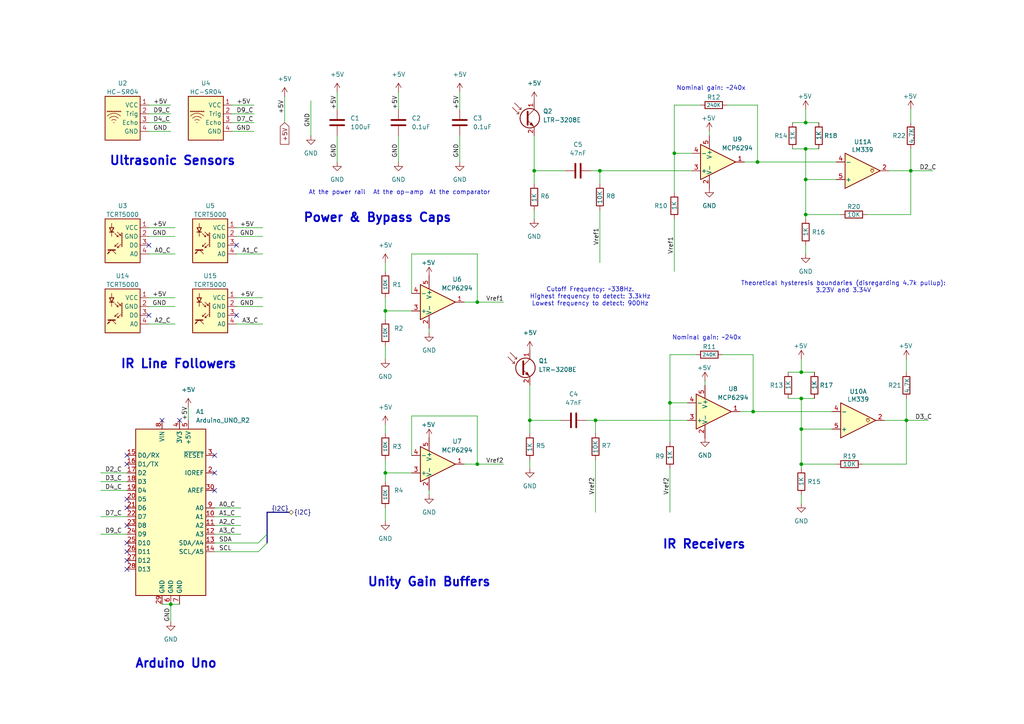
<source format=kicad_sch>
(kicad_sch (version 20231120) (generator "eeschema") (generator_version "8.0")
  (paper "A4")
  (lib_symbols
    (symbol "Amplifier_Operational:MCP6001-OT" (pin_names (offset 0.127))
      (property "Reference" "U1" (at 5.588 6.604 0))
      (property "Value" "MCP6294" (at 5.588 4.064 0))
      (symbol "MCP6001-OT_0_1"
        (polyline (pts (xy -5.08 5.08) (xy 5.08 0) (xy -5.08 -5.08) (xy -5.08 5.08)) (stroke (width 0.254)) (fill (type background)))
        (pin power_in line (at -2.54 -7.62 90) (length 3.81) (name "V-") (number "2"))
        (pin power_in line (at -2.54 7.62 270) (length 3.81) (name "V+") (number "5"))
      )
      (symbol "MCP6001-OT_1_1"
        (pin output line (at 7.62 0 180) (length 2.54) (name "~") (number "1"))
        (pin input line (at -7.62 -2.54 0) (length 2.54) (name "+") (number "3"))
        (pin input line (at -7.62 2.54 0) (length 2.54) (name "-") (number "4"))
      )
    )
    (symbol "Comparator:LM339" (pin_names (offset 0.127))
      (property "Reference" "U" (at 0 5.08 0))
      (property "Value" "LM339" (at 0 -5.08 0))
      (symbol "LM339_1_1"
        (polyline (pts (xy -5.08 5.08) (xy 5.08 0) (xy -5.08 -5.08) (xy -5.08 5.08)) (stroke (width 0.254)) (fill (type background)))
        (polyline (pts (xy 3.302 -0.508) (xy 2.794 -0.508) (xy 3.302 0) (xy 2.794 0.508) (xy 2.286 0) (xy 2.794 -0.508) (xy 2.286 -0.508)) (stroke (width 0.127)))
        (pin open_collector line (at 7.62 0 180) (length 2.54) (name "~") (number "2"))
        (pin input line (at -7.62 -2.54 0) (length 2.54) (name "-") (number "4"))
        (pin input line (at -7.62 2.54 0) (length 2.54) (name "+") (number "5"))
      )
      (symbol "LM339_2_1"
        (polyline (pts (xy -5.08 5.08) (xy 5.08 0) (xy -5.08 -5.08) (xy -5.08 5.08)) (stroke (width 0.254)) (fill (type background)))
        (polyline (pts (xy 3.302 -0.508) (xy 2.794 -0.508) (xy 3.302 0) (xy 2.794 0.508) (xy 2.286 0) (xy 2.794 -0.508) (xy 2.286 -0.508)) (stroke (width 0.127)))
        (pin open_collector line (at 7.62 0 180) (length 2.54) (name "~") (number "1"))
        (pin input line (at -7.62 -2.54 0) (length 2.54) (name "-") (number "6"))
        (pin input line (at -7.62 2.54 0) (length 2.54) (name "+") (number "7"))
      )
      (symbol "LM339_3_1"
        (polyline (pts (xy -5.08 5.08) (xy 5.08 0) (xy -5.08 -5.08) (xy -5.08 5.08)) (stroke (width 0.254)) (fill (type background)))
        (polyline (pts (xy 3.302 -0.508) (xy 2.794 -0.508) (xy 3.302 0) (xy 2.794 0.508) (xy 2.286 0) (xy 2.794 -0.508) (xy 2.286 -0.508)) (stroke (width 0.127)))
        (pin input line (at -7.62 -2.54 0) (length 2.54) (name "-") (number "10"))
        (pin input line (at -7.62 2.54 0) (length 2.54) (name "+") (number "11"))
        (pin open_collector line (at 7.62 0 180) (length 2.54) (name "~") (number "13"))
      )
      (symbol "LM339_4_1"
        (polyline (pts (xy -5.08 5.08) (xy 5.08 0) (xy -5.08 -5.08) (xy -5.08 5.08)) (stroke (width 0.254)) (fill (type background)))
        (polyline (pts (xy 3.302 -0.508) (xy 2.794 -0.508) (xy 3.302 0) (xy 2.794 0.508) (xy 2.286 0) (xy 2.794 -0.508) (xy 2.286 -0.508)) (stroke (width 0.127)))
        (pin open_collector line (at 7.62 0 180) (length 2.54) (name "~") (number "14"))
        (pin input line (at -7.62 -2.54 0) (length 2.54) (name "-") (number "8"))
        (pin input line (at -7.62 2.54 0) (length 2.54) (name "+") (number "9"))
      )
      (symbol "LM339_5_1"
        (pin power_in line (at -2.54 -7.62 90) (length 3.81) (name "V-") (number "12"))
        (pin power_in line (at -2.54 7.62 270) (length 3.81) (name "V+") (number "3"))
      )
    )
    (symbol "Device:C" (pin_numbers hide) (pin_names (offset 0.254))
      (property "Reference" "C" (at 0.635 2.54 0))
      (property "Value" "C" (at 0.635 -2.54 0))
      (symbol "C_0_1"
        (polyline (pts (xy -2.032 -0.762) (xy 2.032 -0.762)) (stroke (width 0.508)))
        (polyline (pts (xy -2.032 0.762) (xy 2.032 0.762)) (stroke (width 0.508)))
      )
      (symbol "C_1_1"
        (pin passive line (at 0 3.81 270) (length 2.794) (name "~") (number "1"))
        (pin passive line (at 0 -3.81 90) (length 2.794) (name "~") (number "2"))
      )
    )
    (symbol "Device:Q_Photo_NPN_CE" (pin_names (offset 0) hide)
      (property "Reference" "Q" (at 5.08 1.27 0))
      (property "Value" "Q_Photo_NPN_CE" (at 5.08 -1.27 0))
      (symbol "Q_Photo_NPN_CE_0_1"
        (polyline (pts (xy -1.905 1.27) (xy -2.54 1.27)))
        (polyline (pts (xy -1.27 2.54) (xy -1.905 2.54)))
        (polyline (pts (xy 0.635 0.635) (xy 2.54 2.54)))
        (polyline (pts (xy -3.81 3.175) (xy -1.905 1.27) (xy -1.905 1.905)))
        (polyline (pts (xy -3.175 4.445) (xy -1.27 2.54) (xy -1.27 3.175)))
        (polyline (pts (xy 0.635 -0.635) (xy 2.54 -2.54) (xy 2.54 -2.54)))
        (polyline (pts (xy 0.635 1.905) (xy 0.635 -1.905) (xy 0.635 -1.905)) (stroke (width 0.508)))
        (polyline (pts (xy 1.27 -1.778) (xy 1.778 -1.27) (xy 2.286 -2.286) (xy 1.27 -1.778) (xy 1.27 -1.778)) (fill (type outline)))
        (circle (center 1.27 0) (radius 2.8194) (stroke (width 0.254)))
      )
      (symbol "Q_Photo_NPN_CE_1_1"
        (pin passive line (at 2.54 5.08 270) (length 2.54) (name "C") (number "1"))
        (pin passive line (at 2.54 -5.08 90) (length 2.54) (name "E") (number "2"))
      )
    )
    (symbol "Device:R" (pin_numbers hide) (pin_names (offset 0))
      (property "Reference" "R" (at 2.032 0 90))
      (property "Value" "R" (at 0 0 90))
      (symbol "R_0_1"
        (rectangle (start -1.016 -2.54) (end 1.016 2.54) (stroke (width 0.254)))
      )
      (symbol "R_1_1"
        (pin passive line (at 0 3.81 270) (length 1.27) (name "~") (number "1"))
        (pin passive line (at 0 -3.81 90) (length 1.27) (name "~") (number "2"))
      )
    )
    (symbol "HC-SR04_1"
      (property "Reference" "U" (at 0 0 0))
      (symbol "HC-SR04_1_0_1"
        (arc (start -1.905 -8.255) (mid -2.54 -7.992) (end -3.175 -8.255))
        (arc (start -1.27 -7.62) (mid -2.54 -7.0939) (end -3.81 -7.62))
        (arc (start -0.635 -6.985) (mid -2.54 -6.1959) (end -4.445 -6.985))
        (polyline (pts (xy -4.445 -5.715) (xy -4.191 -5.461)))
        (polyline (pts (xy -3.937 -5.715) (xy -3.683 -5.461)))
        (polyline (pts (xy -3.429 -5.715) (xy -3.175 -5.461)))
        (polyline (pts (xy -2.921 -5.715) (xy -2.667 -5.461)))
        (polyline (pts (xy -2.413 -5.715) (xy -2.159 -5.461)))
        (polyline (pts (xy -1.905 -5.715) (xy -1.651 -5.461)))
        (polyline (pts (xy -1.397 -5.715) (xy -1.143 -5.461)))
        (polyline (pts (xy -0.889 -5.715) (xy -0.635 -5.461)))
        (polyline (pts (xy -0.381 -5.715) (xy -4.572 -5.715)))
      )
      (symbol "HC-SR04_1_1_1"
        (rectangle (start -5.08 -1.27) (end 5.08 -13.97) (stroke (width 0.254) (color 132 0 0 1)) (fill (type background)))
        (circle (center -2.54 -8.89) (radius 0.0001) (stroke (width 0.254) (color 132 0 0 1)) (fill (type outline)))
        (pin power_in line (at 7.62 -3.81 180) (length 2.54) (name "VCC") (number "1"))
        (pin input line (at 7.62 -6.35 180) (length 2.54) (name "Trig") (number "2"))
        (pin output line (at 7.62 -8.89 180) (length 2.54) (name "Echo") (number "3"))
        (pin power_in line (at 7.62 -11.43 180) (length 2.54) (name "GND") (number "4"))
      )
    )
    (symbol "HC-SR04_3"
      (property "Reference" "U" (at 0 0 0))
      (symbol "HC-SR04_3_0_1"
        (arc (start -1.905 -8.255) (mid -2.54 -7.992) (end -3.175 -8.255))
        (arc (start -1.27 -7.62) (mid -2.54 -7.0939) (end -3.81 -7.62))
        (arc (start -0.635 -6.985) (mid -2.54 -6.1959) (end -4.445 -6.985))
        (polyline (pts (xy -4.445 -5.715) (xy -4.191 -5.461)))
        (polyline (pts (xy -3.937 -5.715) (xy -3.683 -5.461)))
        (polyline (pts (xy -3.429 -5.715) (xy -3.175 -5.461)))
        (polyline (pts (xy -2.921 -5.715) (xy -2.667 -5.461)))
        (polyline (pts (xy -2.413 -5.715) (xy -2.159 -5.461)))
        (polyline (pts (xy -1.905 -5.715) (xy -1.651 -5.461)))
        (polyline (pts (xy -1.397 -5.715) (xy -1.143 -5.461)))
        (polyline (pts (xy -0.889 -5.715) (xy -0.635 -5.461)))
        (polyline (pts (xy -0.381 -5.715) (xy -4.572 -5.715)))
      )
      (symbol "HC-SR04_3_1_1"
        (rectangle (start -5.08 -1.27) (end 5.08 -13.97) (stroke (width 0.254) (color 132 0 0 1)) (fill (type background)))
        (circle (center -2.54 -8.89) (radius 0.0001) (stroke (width 0.254) (color 132 0 0 1)) (fill (type outline)))
        (pin power_in line (at 7.62 -3.81 180) (length 2.54) (name "VCC") (number "1"))
        (pin input line (at 7.62 -6.35 180) (length 2.54) (name "Trig") (number "2"))
        (pin output line (at 7.62 -8.89 180) (length 2.54) (name "Echo") (number "3"))
        (pin power_in line (at 7.62 -11.43 180) (length 2.54) (name "GND") (number "4"))
      )
    )
    (symbol "MCU_Module:Arduino_UNO_R2"
      (property "Reference" "A" (at -10.16 23.495 0))
      (property "Value" "Arduino_UNO_R2" (at 5.08 -26.67 0))
      (symbol "Arduino_UNO_R2_0_1"
        (rectangle (start -10.16 22.86) (end 10.16 -25.4) (stroke (width 0.254)) (fill (type background)))
      )
      (symbol "Arduino_UNO_R2_1_1"
        (pin no_connect line (at -10.16 -20.32 0) (length 2.54) hide (name "NC") (number "1"))
        (pin bidirectional line (at 12.7 -2.54 180) (length 2.54) (name "A1") (number "10"))
        (pin bidirectional line (at 12.7 -5.08 180) (length 2.54) (name "A2") (number "11"))
        (pin bidirectional line (at 12.7 -7.62 180) (length 2.54) (name "A3") (number "12"))
        (pin bidirectional line (at 12.7 -10.16 180) (length 2.54) (name "SDA/A4") (number "13"))
        (pin bidirectional line (at 12.7 -12.7 180) (length 2.54) (name "SCL/A5") (number "14"))
        (pin bidirectional line (at -12.7 15.24 0) (length 2.54) (name "D0/RX") (number "15"))
        (pin bidirectional line (at -12.7 12.7 0) (length 2.54) (name "D1/TX") (number "16"))
        (pin bidirectional line (at -12.7 10.16 0) (length 2.54) (name "D2") (number "17"))
        (pin bidirectional line (at -12.7 7.62 0) (length 2.54) (name "D3") (number "18"))
        (pin bidirectional line (at -12.7 5.08 0) (length 2.54) (name "D4") (number "19"))
        (pin output line (at 12.7 10.16 180) (length 2.54) (name "IOREF") (number "2"))
        (pin bidirectional line (at -12.7 2.54 0) (length 2.54) (name "D5") (number "20"))
        (pin bidirectional line (at -12.7 0 0) (length 2.54) (name "D6") (number "21"))
        (pin bidirectional line (at -12.7 -2.54 0) (length 2.54) (name "D7") (number "22"))
        (pin bidirectional line (at -12.7 -5.08 0) (length 2.54) (name "D8") (number "23"))
        (pin bidirectional line (at -12.7 -7.62 0) (length 2.54) (name "D9") (number "24"))
        (pin bidirectional line (at -12.7 -10.16 0) (length 2.54) (name "D10") (number "25"))
        (pin bidirectional line (at -12.7 -12.7 0) (length 2.54) (name "D11") (number "26"))
        (pin bidirectional line (at -12.7 -15.24 0) (length 2.54) (name "D12") (number "27"))
        (pin bidirectional line (at -12.7 -17.78 0) (length 2.54) (name "D13") (number "28"))
        (pin power_in line (at -2.54 -27.94 90) (length 2.54) (name "GND") (number "29"))
        (pin input line (at 12.7 15.24 180) (length 2.54) (name "~{RESET}") (number "3"))
        (pin input line (at 12.7 5.08 180) (length 2.54) (name "AREF") (number "30"))
        (pin power_out line (at 2.54 25.4 270) (length 2.54) (name "3V3") (number "4"))
        (pin power_out line (at 5.08 25.4 270) (length 2.54) (name "+5V") (number "5"))
        (pin power_in line (at 0 -27.94 90) (length 2.54) (name "GND") (number "6"))
        (pin power_in line (at 2.54 -27.94 90) (length 2.54) (name "GND") (number "7"))
        (pin power_in line (at -2.54 25.4 270) (length 2.54) (name "VIN") (number "8"))
        (pin bidirectional line (at 12.7 0 180) (length 2.54) (name "A0") (number "9"))
      )
    )
    (symbol "power:+5V" (power) (pin_numbers hide) (pin_names (offset 0) hide)
      (property "Value" "+5V" (at 0 3.556 0))
      (symbol "+5V_0_1"
        (polyline (pts (xy -0.762 1.27) (xy 0 2.54)))
        (polyline (pts (xy 0 0) (xy 0 2.54)))
        (polyline (pts (xy 0 2.54) (xy 0.762 1.27)))
      )
      (symbol "+5V_1_1"
        (pin power_in line (at 0 0 90) (length 0) (name "~") (number "1"))
      )
    )
    (symbol "power:GND" (power) (pin_numbers hide) (pin_names (offset 0) hide)
      (property "Value" "GND" (at 0 -3.81 0))
      (symbol "GND_0_1"
        (polyline (pts (xy 0 0) (xy 0 -1.27) (xy 1.27 -1.27) (xy 0 -2.54) (xy -1.27 -1.27) (xy 0 -1.27)))
      )
      (symbol "GND_1_1"
        (pin power_in line (at 0 0 270) (length 0) (name "~") (number "1"))
      )
    )
    (symbol "symbol_lib:TCRT5000"
      (property "Reference" "U" (at 0 0 0))
      (symbol "TCRT5000_0_1"
        (polyline (pts (xy -3.81 -5.08) (xy -2.54 -5.08)) (stroke (width 0.254)))
        (polyline (pts (xy -3.302 -10.287) (xy -4.445 -11.43)))
        (polyline (pts (xy -3.175 -6.35) (xy -3.175 -5.08)))
        (polyline (pts (xy -3.175 -3.81) (xy -3.175 -2.54)))
        (polyline (pts (xy -3.048 -10.287) (xy -1.905 -11.43)))
        (polyline (pts (xy -2.286 -9.271) (xy -2.159 -8.763)))
        (polyline (pts (xy -1.524 -9.652) (xy -1.397 -9.144)))
        (polyline (pts (xy -1.27 -6.477) (xy -1.778 -6.35)))
        (polyline (pts (xy -0.508 -6.096) (xy -1.016 -5.969)))
        (polyline (pts (xy -0.254 -9.398) (xy -0.254 -5.207)))
        (polyline (pts (xy -0.254 -8.89) (xy 0 -9.144)))
        (polyline (pts (xy -0.254 -8.382) (xy 0 -8.636)))
        (polyline (pts (xy -0.254 -7.874) (xy 0 -8.128)))
        (polyline (pts (xy -0.254 -7.366) (xy 0 -7.62)))
        (polyline (pts (xy -0.254 -6.858) (xy 0 -7.112)))
        (polyline (pts (xy -0.254 -6.35) (xy 0 -6.604)))
        (polyline (pts (xy -0.254 -5.842) (xy 0 -6.096)))
        (polyline (pts (xy -0.254 -5.334) (xy 0 -5.588)))
        (polyline (pts (xy -2.286 -5.461) (xy -1.27 -6.477) (xy -1.397 -5.969)))
        (polyline (pts (xy -2.159 -10.287) (xy -4.191 -10.287) (xy -4.191 -10.287)) (stroke (width 0.3556)))
        (polyline (pts (xy -1.524 -5.08) (xy -0.508 -6.096) (xy -0.635 -5.588)))
        (polyline (pts (xy -1.27 -8.255) (xy -2.286 -9.271) (xy -1.778 -9.144)))
        (polyline (pts (xy -0.508 -8.636) (xy -1.524 -9.652) (xy -1.016 -9.525)))
        (polyline (pts (xy -4.318 -11.303) (xy -3.81 -11.049) (xy -4.064 -10.795) (xy -4.318 -11.303)))
        (polyline (pts (xy -3.175 -5.08) (xy -3.81 -3.81) (xy -2.54 -3.81) (xy -3.175 -5.08)) (stroke (width 0.254)))
      )
      (symbol "TCRT5000_1_1"
        (rectangle (start -5.08 -1.27) (end 5.08 -13.97) (stroke (width 0.254)) (fill (type background)))
        (pin power_in line (at 7.62 -3.81 180) (length 2.54) (name "VCC") (number "1"))
        (pin power_in line (at 7.62 -6.35 180) (length 2.54) (name "GND") (number "2"))
        (pin output line (at 7.62 -8.89 180) (length 2.54) (name "D0") (number "3"))
        (pin output line (at 7.62 -11.43 180) (length 2.54) (name "A0") (number "4"))
      )
    )
  )
  (bus_alias "I2C" (members "SDA" "SCL"))
  (junction (at 233.68 52.07))
  (junction (at 218.44 119.38))
  (junction (at 154.94 49.53))
  (junction (at 172.72 121.92))
  (junction (at 232.41 134.62))
  (junction (at 232.41 107.95))
  (junction (at 233.68 35.56))
  (junction (at 233.68 62.23))
  (junction (at 194.31 116.84))
  (junction (at 232.41 124.46))
  (junction (at 111.76 137.16))
  (junction (at 232.41 115.57))
  (junction (at 219.71 46.99))
  (junction (at 195.58 44.45))
  (junction (at 233.68 43.18))
  (junction (at 153.67 121.92))
  (junction (at 262.89 121.92))
  (junction (at 138.43 134.62))
  (junction (at 138.43 87.63))
  (junction (at 264.16 49.53))
  (junction (at 173.99 49.53))
  (junction (at 49.53 175.26))
  (junction (at 111.76 90.17))
  (no_connect (at 36.83 144.78))
  (no_connect (at 36.83 152.4))
  (no_connect (at 36.83 160.02))
  (no_connect (at 43.18 71.12))
  (no_connect (at 36.83 134.62))
  (no_connect (at 68.58 71.12))
  (no_connect (at 52.07 121.92))
  (no_connect (at 62.23 142.24))
  (no_connect (at 68.58 91.44))
  (no_connect (at 62.23 132.08))
  (no_connect (at 36.83 157.48))
  (no_connect (at 36.83 132.08))
  (no_connect (at 43.18 91.44))
  (no_connect (at 36.83 147.32))
  (no_connect (at 36.83 162.56))
  (no_connect (at 62.23 137.16))
  (no_connect (at 36.83 165.1))
  (no_connect (at 46.99 121.92))
  (bus_entry (at 74.93 157.48) (size 2.54 -2.54))
  (bus_entry (at 74.93 160.02) (size 2.54 -2.54))
  (wire (pts (xy 209.55 102.87) (xy 218.44 102.87)))
  (wire (pts (xy 232.41 115.57) (xy 236.22 115.57)))
  (wire (pts (xy 251.46 62.23) (xy 264.16 62.23)))
  (wire (pts (xy 50.8 88.9) (xy 43.18 88.9)))
  (wire (pts (xy 250.19 134.62) (xy 262.89 134.62)))
  (wire (pts (xy 119.38 73.66) (xy 138.43 73.66)))
  (wire (pts (xy 195.58 63.5) (xy 195.58 78.74)))
  (wire (pts (xy 50.8 68.58) (xy 43.18 68.58)))
  (wire (pts (xy 214.63 119.38) (xy 218.44 119.38)))
  (wire (pts (xy 49.53 35.56) (xy 43.18 35.56)))
  (wire (pts (xy 50.8 66.04) (xy 43.18 66.04)))
  (wire (pts (xy 76.2 86.36) (xy 68.58 86.36)))
  (wire (pts (xy 49.53 175.26) (xy 52.07 175.26)))
  (wire (pts (xy 138.43 87.63) (xy 146.05 87.63)))
  (wire (pts (xy 171.45 49.53) (xy 173.99 49.53)))
  (wire (pts (xy 69.85 147.32) (xy 62.23 147.32)))
  (wire (pts (xy 97.79 46.99) (xy 97.79 39.37)))
  (wire (pts (xy 50.8 93.98) (xy 43.18 93.98)))
  (wire (pts (xy 76.2 93.98) (xy 68.58 93.98)))
  (wire (pts (xy 124.46 95.25) (xy 124.46 96.52)))
  (wire (pts (xy 262.89 104.14) (xy 262.89 107.95)))
  (wire (pts (xy 232.41 115.57) (xy 232.41 124.46)))
  (wire (pts (xy 233.68 62.23) (xy 233.68 63.5)))
  (wire (pts (xy 173.99 49.53) (xy 200.66 49.53)))
  (wire (pts (xy 262.89 121.92) (xy 256.54 121.92)))
  (wire (pts (xy 111.76 78.74) (xy 111.76 76.2)))
  (wire (pts (xy 264.16 43.18) (xy 264.16 49.53)))
  (wire (pts (xy 194.31 116.84) (xy 199.39 116.84)))
  (wire (pts (xy 138.43 87.63) (xy 134.62 87.63)))
  (wire (pts (xy 173.99 49.53) (xy 173.99 53.34)))
  (wire (pts (xy 119.38 85.09) (xy 119.38 73.66)))
  (wire (pts (xy 204.47 111.76) (xy 204.47 110.49)))
  (wire (pts (xy 219.71 46.99) (xy 242.57 46.99)))
  (wire (pts (xy 218.44 102.87) (xy 218.44 119.38)))
  (wire (pts (xy 111.76 90.17) (xy 111.76 92.71)))
  (wire (pts (xy 97.79 26.67) (xy 97.79 31.75)))
  (wire (pts (xy 73.66 33.02) (xy 67.31 33.02)))
  (wire (pts (xy 111.76 100.33) (xy 111.76 104.14)))
  (wire (pts (xy 49.53 33.02) (xy 43.18 33.02)))
  (wire (pts (xy 228.6 115.57) (xy 232.41 115.57)))
  (wire (pts (xy 49.53 180.34) (xy 49.53 175.26)))
  (wire (pts (xy 62.23 160.02) (xy 74.93 160.02)))
  (wire (pts (xy 153.67 133.35) (xy 153.67 135.89)))
  (wire (pts (xy 50.8 73.66) (xy 43.18 73.66)))
  (wire (pts (xy 124.46 142.24) (xy 124.46 143.51)))
  (wire (pts (xy 172.72 121.92) (xy 199.39 121.92)))
  (wire (pts (xy 195.58 44.45) (xy 200.66 44.45)))
  (bus (pts (xy 77.47 148.59) (xy 83.82 148.59)))
  (wire (pts (xy 262.89 134.62) (xy 262.89 121.92)))
  (wire (pts (xy 29.21 139.7) (xy 36.83 139.7)))
  (wire (pts (xy 154.94 39.37) (xy 154.94 49.53)))
  (wire (pts (xy 228.6 107.95) (xy 232.41 107.95)))
  (wire (pts (xy 138.43 120.65) (xy 138.43 134.62)))
  (wire (pts (xy 69.85 149.86) (xy 62.23 149.86)))
  (wire (pts (xy 233.68 43.18) (xy 233.68 52.07)))
  (wire (pts (xy 195.58 44.45) (xy 195.58 55.88)))
  (wire (pts (xy 115.57 26.67) (xy 115.57 31.75)))
  (wire (pts (xy 233.68 52.07) (xy 242.57 52.07)))
  (wire (pts (xy 264.16 49.53) (xy 257.81 49.53)))
  (wire (pts (xy 153.67 111.76) (xy 153.67 121.92)))
  (bus (pts (xy 77.47 154.94) (xy 77.47 157.48)))
  (wire (pts (xy 172.72 121.92) (xy 172.72 125.73)))
  (wire (pts (xy 194.31 135.89) (xy 194.31 148.59)))
  (wire (pts (xy 29.21 149.86) (xy 36.83 149.86)))
  (wire (pts (xy 170.18 121.92) (xy 172.72 121.92)))
  (wire (pts (xy 219.71 30.48) (xy 219.71 46.99)))
  (wire (pts (xy 111.76 147.32) (xy 111.76 151.13)))
  (wire (pts (xy 233.68 62.23) (xy 243.84 62.23)))
  (wire (pts (xy 262.89 115.57) (xy 262.89 121.92)))
  (wire (pts (xy 233.68 31.75) (xy 233.68 35.56)))
  (wire (pts (xy 76.2 88.9) (xy 68.58 88.9)))
  (wire (pts (xy 138.43 73.66) (xy 138.43 87.63)))
  (wire (pts (xy 232.41 134.62) (xy 232.41 135.89)))
  (wire (pts (xy 210.82 30.48) (xy 219.71 30.48)))
  (wire (pts (xy 195.58 44.45) (xy 195.58 30.48)))
  (wire (pts (xy 173.99 60.96) (xy 173.99 76.2)))
  (wire (pts (xy 218.44 119.38) (xy 241.3 119.38)))
  (wire (pts (xy 154.94 49.53) (xy 154.94 53.34)))
  (wire (pts (xy 138.43 134.62) (xy 146.05 134.62)))
  (wire (pts (xy 154.94 60.96) (xy 154.94 63.5)))
  (wire (pts (xy 232.41 134.62) (xy 242.57 134.62)))
  (wire (pts (xy 76.2 66.04) (xy 68.58 66.04)))
  (wire (pts (xy 264.16 49.53) (xy 270.51 49.53)))
  (wire (pts (xy 232.41 104.14) (xy 232.41 107.95)))
  (wire (pts (xy 264.16 62.23) (xy 264.16 49.53)))
  (wire (pts (xy 111.76 86.36) (xy 111.76 90.17)))
  (bus (pts (xy 77.47 148.59) (xy 77.47 154.94)))
  (wire (pts (xy 54.61 118.11) (xy 54.61 121.92)))
  (wire (pts (xy 115.57 46.99) (xy 115.57 39.37)))
  (wire (pts (xy 49.53 38.1) (xy 43.18 38.1)))
  (wire (pts (xy 172.72 133.35) (xy 172.72 148.59)))
  (wire (pts (xy 29.21 142.24) (xy 36.83 142.24)))
  (wire (pts (xy 138.43 134.62) (xy 134.62 134.62)))
  (wire (pts (xy 194.31 116.84) (xy 194.31 102.87)))
  (wire (pts (xy 29.21 137.16) (xy 36.83 137.16)))
  (wire (pts (xy 111.76 137.16) (xy 111.76 139.7)))
  (wire (pts (xy 232.41 124.46) (xy 232.41 134.62)))
  (wire (pts (xy 111.76 125.73) (xy 111.76 123.19)))
  (wire (pts (xy 49.53 30.48) (xy 43.18 30.48)))
  (wire (pts (xy 215.9 46.99) (xy 219.71 46.99)))
  (wire (pts (xy 153.67 121.92) (xy 153.67 125.73)))
  (wire (pts (xy 111.76 90.17) (xy 119.38 90.17)))
  (wire (pts (xy 153.67 121.92) (xy 162.56 121.92)))
  (wire (pts (xy 76.2 68.58) (xy 68.58 68.58)))
  (wire (pts (xy 90.17 29.21) (xy 90.17 39.37)))
  (wire (pts (xy 205.74 39.37) (xy 205.74 38.1)))
  (wire (pts (xy 154.94 49.53) (xy 163.83 49.53)))
  (wire (pts (xy 233.68 52.07) (xy 233.68 62.23)))
  (wire (pts (xy 194.31 102.87) (xy 201.93 102.87)))
  (wire (pts (xy 119.38 132.08) (xy 119.38 120.65)))
  (wire (pts (xy 233.68 73.66) (xy 233.68 71.12)))
  (wire (pts (xy 232.41 146.05) (xy 232.41 143.51)))
  (wire (pts (xy 229.87 35.56) (xy 233.68 35.56)))
  (wire (pts (xy 232.41 107.95) (xy 236.22 107.95)))
  (wire (pts (xy 111.76 133.35) (xy 111.76 137.16)))
  (wire (pts (xy 119.38 120.65) (xy 138.43 120.65)))
  (wire (pts (xy 46.99 175.26) (xy 49.53 175.26)))
  (wire (pts (xy 69.85 152.4) (xy 62.23 152.4)))
  (wire (pts (xy 29.21 154.94) (xy 36.83 154.94)))
  (wire (pts (xy 76.2 73.66) (xy 68.58 73.66)))
  (wire (pts (xy 82.55 27.94) (xy 82.55 35.56)))
  (wire (pts (xy 133.35 46.99) (xy 133.35 39.37)))
  (wire (pts (xy 232.41 124.46) (xy 241.3 124.46)))
  (wire (pts (xy 73.66 35.56) (xy 67.31 35.56)))
  (wire (pts (xy 73.66 30.48) (xy 67.31 30.48)))
  (wire (pts (xy 73.66 38.1) (xy 67.31 38.1)))
  (wire (pts (xy 229.87 43.18) (xy 233.68 43.18)))
  (wire (pts (xy 62.23 157.48) (xy 74.93 157.48)))
  (wire (pts (xy 111.76 137.16) (xy 119.38 137.16)))
  (wire (pts (xy 195.58 30.48) (xy 203.2 30.48)))
  (wire (pts (xy 133.35 26.67) (xy 133.35 31.75)))
  (wire (pts (xy 50.8 86.36) (xy 43.18 86.36)))
  (wire (pts (xy 233.68 43.18) (xy 237.49 43.18)))
  (wire (pts (xy 264.16 31.75) (xy 264.16 35.56)))
  (wire (pts (xy 233.68 35.56) (xy 237.49 35.56)))
  (wire (pts (xy 194.31 116.84) (xy 194.31 128.27)))
  (wire (pts (xy 262.89 121.92) (xy 269.24 121.92)))
  (wire (pts (xy 69.85 154.94) (xy 62.23 154.94)))
  (text "At the power rail" (at 97.79 55.88 0) (effects (font (size 1.27 1.27))))
  (text "At the comparator" (at 133.35 55.88 0) (effects (font (size 1.27 1.27))))
  (text "IR Line Followers" (at 51.816 105.664 0) (effects (font (size 2.54 2.54) (thickness 0.508) (bold yes))))
  (text "At the op-amp" (at 115.57 55.88 0) (effects (font (size 1.27 1.27))))
  (text "Nominal gain: ~240x" (at 206.248 25.654 0) (effects (font (size 1.27 1.27))))
  (text "Cutoff Frequency: ~338Hz.\nHighest frequency to detect: 3.3kHz\nLowest frequency to detect: 900Hz" (at 171.196 86.106 0) (effects (font (size 1.27 1.27))))
  (text "Ultrasonic Sensors" (at 50.038 46.736 0) (effects (font (size 2.54 2.54) (thickness 0.508) (bold yes))))
  (text "Unity Gain Buffers" (at 124.46 168.91 0) (effects (font (size 2.54 2.54) (thickness 0.508) (bold yes))))
  (text "IR Receivers" (at 204.216 157.988 0) (effects (font (size 2.54 2.54) (thickness 0.508) (bold yes))))
  (text "Power & Bypass Caps" (at 109.474 63.246 0) (effects (font (size 2.54 2.54) (thickness 0.508) (bold yes))))
  (text "Nominal gain: ~240x" (at 204.978 98.044 0) (effects (font (size 1.27 1.27))))
  (text "Arduino Uno" (at 51.054 192.532 0) (effects (font (size 2.54 2.54) (thickness 0.508) (bold yes))))
  (text "Theoretical hysteresis boundaries (disregarding 4.7k pullup):\n3.23V and 3.34V" (at 244.602 83.312 0) (effects (font (size 1.27 1.27))))
  (label "+5V" (at 73.66 66.04 180))
  (label "+5V" (at 68.58 30.48 0))
  (label "GND" (at 49.53 180.34 90))
  (label "GND" (at 97.79 45.72 90))
  (label "Vref1" (at 195.58 73.66 90))
  (label "D2_C" (at 266.7 49.53 0))
  (label "Vref2" (at 140.97 134.62 0))
  (label "Vref2" (at 194.31 143.51 90))
  (label "+5V" (at 48.26 66.04 180))
  (label "GND" (at 48.26 88.9 180))
  (label "+5V" (at 44.45 30.48 0))
  (label "GND" (at 133.35 45.72 90))
  (label "+5V" (at 73.66 86.36 180))
  (label "A2_C" (at 49.53 93.98 180))
  (label "Vref1" (at 140.97 87.63 0))
  (label "+5V" (at 115.57 31.75 90))
  (label "GND" (at 73.66 88.9 180))
  (label "D9_C" (at 30.48 154.94 0))
  (label "D3_C" (at 30.48 139.7 0))
  (label "GND" (at 115.57 45.72 90))
  (label "GND" (at 90.17 36.83 90))
  (label "GND" (at 44.45 38.1 0))
  (label "{I2C}" (at 78.74 148.59 0))
  (label "D9_C" (at 68.58 33.02 0))
  (label "+5V" (at 48.26 86.36 180))
  (label "A0_C" (at 49.53 73.66 180))
  (label "Vref1" (at 173.99 71.12 90))
  (label "D7_C" (at 68.58 35.56 0))
  (label "GND" (at 48.26 68.58 180))
  (label "A3_C" (at 74.93 93.98 180))
  (label "A1_C" (at 74.93 73.66 180))
  (label "GND" (at 73.66 68.58 180))
  (label "Vref2" (at 172.72 143.51 90))
  (label "A0_C" (at 63.5 147.32 0))
  (label "SDA" (at 63.5 157.48 0))
  (label "D4_C" (at 44.45 35.56 0))
  (label "GND" (at 68.58 38.1 0))
  (label "A2_C" (at 63.5 152.4 0))
  (label "SCL" (at 63.5 160.02 0))
  (label "A3_C" (at 63.5 154.94 0))
  (label "+5V" (at 97.79 31.75 90))
  (label "+5V" (at 54.61 121.92 90))
  (label "D9_C" (at 44.45 33.02 0))
  (label "D7_C" (at 30.48 149.86 0))
  (label "A1_C" (at 63.5 149.86 0))
  (label "+5V" (at 82.55 33.02 90))
  (label "+5V" (at 133.35 31.75 90))
  (label "D2_C" (at 30.48 137.16 0))
  (label "D4_C" (at 30.48 142.24 0))
  (label "D3_C" (at 265.43 121.92 0))
  (global_label "+5V" (shape input) (at 82.55 35.56 270) (property "Intersheetrefs" "${INTERSHEET_REFS}" (effects (hide yes))))
  (hierarchical_label "{I2C}" (shape bidirectional) (at 83.82 148.59 0))
  (symbol (lib_id "Device:R") (at 111.76 129.54 0) (unit 1)
    (property "Reference" "R3" (at 113.792 129.54 0) (effects (justify left)))
    (property "Value" "10K" (at 111.76 131.064 90) (effects (font (size 1.016 1.016)) (justify left)))
    (property "Description" "Resistor" (effects (hide yes)))
  )
  (symbol (lib_id "power:+5V") (at 111.76 123.19 0) (unit 1)
    (property "Reference" "#PWR014" (effects (hide yes)))
    (property "Value" "+5V" (at 111.76 118.11 0))
    (property "Description" "Power symbol creates a global label with name \"+5V\"" (effects (hide yes)))
  )
  (symbol (lib_id "Device:Q_Photo_NPN_CE") (at 152.4 34.29 0) (unit 1)
    (property "Reference" "Q2" (at 157.48 32.2706 0) (effects (justify left)))
    (property "Value" "LTR-3208E" (at 157.48 34.8106 0) (effects (justify left)))
    (property "Description" "NPN phototransistor, collector/emitter" (effects (hide yes)))
  )
  (symbol (lib_id "Device:R") (at 172.72 129.54 0) (unit 1)
    (property "Reference" "R7" (at 174.498 129.286 0) (effects (justify left)))
    (property "Value" "10K" (at 172.72 131.572 90) (effects (justify left)))
    (property "Description" "Resistor" (effects (hide yes)))
  )
  (symbol (lib_id "power:+5V") (at 133.35 26.67 0) (unit 1)
    (property "Reference" "#PWR022" (effects (hide yes)))
    (property "Value" "+5V" (at 133.35 21.59 0))
    (property "Description" "Power symbol creates a global label with name \"+5V\"" (effects (hide yes)))
  )
  (symbol (lib_name "HC-SR04_1") (lib_id "symbol_lib:HC-SR04") (at 35.56 26.67 0) (unit 1)
    (property "Reference" "U2" (at 35.56 24.13 0))
    (property "Value" "HC-SR04" (at 35.56 26.67 0))
  )
  (symbol (lib_id "Amplifier_Operational:MCP6001-OT") (at 207.01 119.38 0) (unit 1)
    (property "Reference" "U8" (at 212.598 112.776 0))
    (property "Value" "MCP6294" (at 212.598 115.316 0))
    (property "Footprint" "Package_TO_SOT_SMD:SOT-23-5" (effects (hide yes)))
    (property "Datasheet" "https://ww1.microchip.com/downloads/en/DeviceDoc/MCP6001-1R-1U-2-4-1-MHz-Low-Power-Op-Amp-DS20001733L.pdf" (effects (hide yes)))
    (property "Description" "1MHz, Low-Power Op Amp, SOT-23-5" (effects (hide yes)))
  )
  (symbol (lib_id "Device:R") (at 111.76 82.55 0) (unit 1)
    (property "Reference" "R1" (at 113.792 82.55 0) (effects (justify left)))
    (property "Value" "10K" (at 111.76 84.074 90) (effects (font (size 1.016 1.016)) (justify left)))
    (property "Description" "Resistor" (effects (hide yes)))
  )
  (symbol (lib_id "Amplifier_Operational:MCP6001-OT") (at 208.28 46.99 0) (unit 1)
    (property "Reference" "U9" (at 213.868 40.386 0))
    (property "Value" "MCP6294" (at 213.868 42.926 0))
    (property "Footprint" "Package_TO_SOT_SMD:SOT-23-5" (effects (hide yes)))
    (property "Datasheet" "https://ww1.microchip.com/downloads/en/DeviceDoc/MCP6001-1R-1U-2-4-1-MHz-Low-Power-Op-Amp-DS20001733L.pdf" (effects (hide yes)))
    (property "Description" "1MHz, Low-Power Op Amp, SOT-23-5" (effects (hide yes)))
  )
  (symbol (lib_id "power:+5V") (at 124.46 127 0) (unit 1)
    (property "Reference" "#PWR020" (effects (hide yes)))
    (property "Value" "+5V" (at 124.206 123.19 0))
    (property "Description" "Power symbol creates a global label with name \"+5V\"" (effects (hide yes)))
  )
  (symbol (lib_id "power:GND") (at 115.57 46.99 0) (unit 1)
    (property "Reference" "#PWR017" (effects (hide yes)))
    (property "Value" "GND" (at 115.57 52.07 0))
    (property "Description" "Power symbol creates a global label with name \"GND\" , ground" (effects (hide yes)))
  )
  (symbol (lib_id "Device:R") (at 229.87 39.37 0) (unit 1)
    (property "Reference" "R14" (at 224.536 39.37 0) (effects (justify left)))
    (property "Value" "1K" (at 229.87 40.64 90) (effects (justify left)))
    (property "Description" "Resistor" (effects (hide yes)))
  )
  (symbol (lib_id "Amplifier_Operational:MCP6001-OT") (at 127 87.63 0) (unit 1)
    (property "Reference" "U6" (at 132.588 81.026 0))
    (property "Value" "MCP6294" (at 132.588 83.566 0))
    (property "Footprint" "Package_TO_SOT_SMD:SOT-23-5" (effects (hide yes)))
    (property "Datasheet" "https://ww1.microchip.com/downloads/en/DeviceDoc/MCP6001-1R-1U-2-4-1-MHz-Low-Power-Op-Amp-DS20001733L.pdf" (effects (hide yes)))
    (property "Description" "1MHz, Low-Power Op Amp, SOT-23-5" (effects (hide yes)))
  )
  (symbol (lib_id "power:GND") (at 233.68 73.66 0) (unit 1)
    (property "Reference" "#PWR037" (effects (hide yes)))
    (property "Value" "GND" (at 233.68 78.74 0))
    (property "Description" "Power symbol creates a global label with name \"GND\" , ground" (effects (hide yes)))
  )
  (symbol (lib_id "Device:R") (at 247.65 62.23 90) (unit 1)
    (property "Reference" "R20" (at 247.65 59.944 90))
    (property "Value" "10K" (at 247.65 62.23 90))
    (property "Description" "Resistor" (effects (hide yes)))
  )
  (symbol (lib_id "Device:R") (at 194.31 132.08 0) (unit 1)
    (property "Reference" "R9" (at 189.992 132.334 0) (effects (justify left)))
    (property "Value" "1K" (at 194.31 133.35 90) (effects (justify left)))
    (property "Description" "Resistor" (effects (hide yes)))
  )
  (symbol (lib_id "power:GND") (at 153.67 135.89 0) (unit 1)
    (property "Reference" "#PWR025" (effects (hide yes)))
    (property "Value" "GND" (at 153.67 140.97 0))
    (property "Description" "Power symbol creates a global label with name \"GND\" , ground" (effects (hide yes)))
  )
  (symbol (lib_id "Device:C") (at 167.64 49.53 90) (unit 1)
    (property "Reference" "C5" (at 167.64 41.91 90))
    (property "Value" "47nF" (at 167.64 44.45 90))
    (property "Description" "Unpolarized capacitor" (effects (hide yes)))
  )
  (symbol (lib_id "power:GND") (at 49.53 180.34 0) (unit 1)
    (property "Reference" "#PWR06" (effects (hide yes)))
    (property "Value" "GND" (at 49.53 185.42 0))
    (property "Description" "Power symbol creates a global label with name \"GND\" , ground" (effects (hide yes)))
  )
  (symbol (lib_id "MCU_Module:Arduino_UNO_R2") (at 49.53 147.32 0) (unit 1)
    (property "Reference" "A1" (at 56.8041 119.38 0) (effects (justify left)))
    (property "Value" "Arduino_UNO_R2" (at 56.8041 121.92 0) (effects (justify left)))
    (property "Footprint" "Module:Arduino_UNO_R2" (effects (hide yes)))
    (property "Datasheet" "https://www.arduino.cc/en/Main/arduinoBoardUno" (effects (hide yes)))
    (property "Description" "Arduino UNO Microcontroller Module, release 2" (effects (hide yes)))
  )
  (symbol (lib_id "power:GND") (at 133.35 46.99 0) (unit 1)
    (property "Reference" "#PWR023" (effects (hide yes)))
    (property "Value" "GND" (at 133.35 52.07 0))
    (property "Description" "Power symbol creates a global label with name \"GND\" , ground" (effects (hide yes)))
  )
  (symbol (lib_id "Device:R") (at 264.16 39.37 0) (unit 1)
    (property "Reference" "R22" (at 258.826 39.37 0) (effects (justify left)))
    (property "Value" "4.7K" (at 264.414 41.656 90) (effects (justify left)))
    (property "Description" "Resistor" (effects (hide yes)))
  )
  (symbol (lib_id "power:+5V") (at 82.55 27.94 0) (unit 1)
    (property "Reference" "#PWR08" (effects (hide yes)))
    (property "Value" "+5V" (at 82.55 22.86 0))
    (property "Description" "Power symbol creates a global label with name \"+5V\"" (effects (hide yes)))
  )
  (symbol (lib_id "Device:R") (at 237.49 39.37 0) (unit 1)
    (property "Reference" "R18" (at 239.014 39.37 0) (effects (justify left)))
    (property "Value" "1K" (at 237.49 40.64 90) (effects (justify left)))
    (property "Description" "Resistor" (effects (hide yes)))
  )
  (symbol (lib_id "Device:R") (at 236.22 111.76 0) (unit 1)
    (property "Reference" "R17" (at 237.744 111.76 0) (effects (justify left)))
    (property "Value" "1K" (at 236.22 113.03 90) (effects (justify left)))
    (property "Description" "Resistor" (effects (hide yes)))
  )
  (symbol (lib_id "power:+5V") (at 154.94 29.21 0) (unit 1)
    (property "Reference" "#PWR026" (effects (hide yes)))
    (property "Value" "+5V" (at 154.94 24.13 0))
    (property "Description" "Power symbol creates a global label with name \"+5V\"" (effects (hide yes)))
  )
  (symbol (lib_id "power:+5V") (at 232.41 104.14 0) (unit 1)
    (property "Reference" "#PWR034" (effects (hide yes)))
    (property "Value" "+5V" (at 232.156 100.33 0))
    (property "Description" "Power symbol creates a global label with name \"+5V\"" (effects (hide yes)))
  )
  (symbol (lib_id "symbol_lib:TCRT5000") (at 35.56 82.55 0) (unit 1)
    (property "Reference" "U14" (at 35.56 80.01 0))
    (property "Value" "TCRT5000" (at 35.56 82.55 0))
  )
  (symbol (lib_id "Device:R") (at 205.74 102.87 90) (unit 1)
    (property "Reference" "R11" (at 205.74 100.584 90))
    (property "Value" "240K" (at 205.74 102.87 90) (effects (font (size 1.016 1.016))))
    (property "Description" "Resistor" (effects (hide yes)))
  )
  (symbol (lib_id "power:+5V") (at 115.57 26.67 0) (unit 1)
    (property "Reference" "#PWR016" (effects (hide yes)))
    (property "Value" "+5V" (at 115.57 21.59 0))
    (property "Description" "Power symbol creates a global label with name \"+5V\"" (effects (hide yes)))
  )
  (symbol (lib_id "symbol_lib:TCRT5000") (at 35.56 62.23 0) (unit 1)
    (property "Reference" "U3" (at 35.56 59.69 0))
    (property "Value" "TCRT5000" (at 35.56 62.23 0))
  )
  (symbol (lib_id "Device:C") (at 97.79 35.56 0) (unit 1)
    (property "Reference" "C1" (at 101.6 34.2899 0) (effects (justify left)))
    (property "Value" "100uF" (at 101.6 36.8299 0) (effects (justify left)))
    (property "Description" "Aluminum electrolytic capacitor" (effects (hide yes)))
  )
  (symbol (lib_id "Device:C") (at 166.37 121.92 90) (unit 1)
    (property "Reference" "C4" (at 166.37 114.3 90))
    (property "Value" "47nF" (at 166.37 116.84 90))
    (property "Description" "Unpolarized capacitor" (effects (hide yes)))
  )
  (symbol (lib_id "Comparator:LM339") (at 250.19 49.53 0) (mirror x) (unit 1)
    (property "Reference" "U11" (at 250.19 41.148 0))
    (property "Value" "LM339" (at 250.19 43.434 0))
    (property "Datasheet" "https://www.st.com/resource/en/datasheet/lm139.pdf" (effects (hide yes)))
    (property "Description" "Quad Differential Comparators, SOIC-14/TSSOP-14" (effects (hide yes)))
  )
  (symbol (lib_id "Device:R") (at 233.68 67.31 0) (unit 1)
    (property "Reference" "R16" (at 235.458 67.31 0) (effects (justify left)))
    (property "Value" "1K" (at 233.68 68.58 90) (effects (justify left)))
    (property "Description" "Resistor" (effects (hide yes)))
  )
  (symbol (lib_id "Device:C") (at 115.57 35.56 0) (unit 1)
    (property "Reference" "C2" (at 119.38 34.2899 0) (effects (justify left)))
    (property "Value" "0.1uF" (at 119.38 36.8299 0) (effects (justify left)))
    (property "Description" "Aluminum electrolytic capacitor" (effects (hide yes)))
  )
  (symbol (lib_id "power:+5V") (at 205.74 38.1 0) (unit 1)
    (property "Reference" "#PWR032" (effects (hide yes)))
    (property "Value" "+5V" (at 205.486 34.29 0))
    (property "Description" "Power symbol creates a global label with name \"+5V\"" (effects (hide yes)))
  )
  (symbol (lib_name "HC-SR04_3") (lib_id "symbol_lib:HC-SR04") (at 59.69 26.67 0) (unit 1)
    (property "Reference" "U4" (at 59.69 24.13 0))
    (property "Value" "HC-SR04" (at 59.69 26.67 0))
  )
  (symbol (lib_id "Device:R") (at 111.76 143.51 0) (unit 1)
    (property "Reference" "R4" (at 114.3 142.2399 0) (effects (justify left)))
    (property "Value" "10K" (at 111.76 145.034 90) (effects (font (size 1.016 1.016)) (justify left)))
    (property "Description" "Resistor" (effects (hide yes)))
  )
  (symbol (lib_id "Device:R") (at 232.41 139.7 0) (unit 1)
    (property "Reference" "R15" (at 234.188 139.7 0) (effects (justify left)))
    (property "Value" "1K" (at 232.41 140.97 90) (effects (justify left)))
    (property "Description" "Resistor" (effects (hide yes)))
  )
  (symbol (lib_id "power:+5V") (at 124.46 80.01 0) (unit 1)
    (property "Reference" "#PWR018" (effects (hide yes)))
    (property "Value" "+5V" (at 124.206 76.2 0))
    (property "Description" "Power symbol creates a global label with name \"+5V\"" (effects (hide yes)))
  )
  (symbol (lib_id "Device:R") (at 246.38 134.62 90) (unit 1)
    (property "Reference" "R19" (at 246.38 132.334 90))
    (property "Value" "10K" (at 246.38 134.62 90))
    (property "Description" "Resistor" (effects (hide yes)))
  )
  (symbol (lib_id "power:GND") (at 124.46 96.52 0) (unit 1)
    (property "Reference" "#PWR019" (effects (hide yes)))
    (property "Value" "GND" (at 124.46 101.6 0))
    (property "Description" "Power symbol creates a global label with name \"GND\" , ground" (effects (hide yes)))
  )
  (symbol (lib_id "power:GND") (at 111.76 151.13 0) (unit 1)
    (property "Reference" "#PWR015" (effects (hide yes)))
    (property "Value" "GND" (at 111.76 156.21 0))
    (property "Description" "Power symbol creates a global label with name \"GND\" , ground" (effects (hide yes)))
  )
  (symbol (lib_id "power:GND") (at 204.47 127 0) (unit 1)
    (property "Reference" "#PWR031" (effects (hide yes)))
    (property "Value" "GND" (at 204.47 132.08 0))
    (property "Description" "Power symbol creates a global label with name \"GND\" , ground" (effects (hide yes)))
  )
  (symbol (lib_id "power:+5V") (at 54.61 118.11 0) (unit 1)
    (property "Reference" "#PWR07" (effects (hide yes)))
    (property "Value" "+5V" (at 54.61 113.03 0))
    (property "Description" "Power symbol creates a global label with name \"+5V\"" (effects (hide yes)))
  )
  (symbol (lib_id "power:GND") (at 97.79 46.99 0) (unit 1)
    (property "Reference" "#PWR011" (effects (hide yes)))
    (property "Value" "GND" (at 97.79 52.07 0))
    (property "Description" "Power symbol creates a global label with name \"GND\" , ground" (effects (hide yes)))
  )
  (symbol (lib_id "Device:Q_Photo_NPN_CE") (at 151.13 106.68 0) (unit 1)
    (property "Reference" "Q1" (at 156.21 104.6606 0) (effects (justify left)))
    (property "Value" "LTR-3208E" (at 156.21 107.2006 0) (effects (justify left)))
    (property "Description" "NPN phototransistor, collector/emitter" (effects (hide yes)))
  )
  (symbol (lib_id "Device:R") (at 111.76 96.52 0) (unit 1)
    (property "Reference" "R2" (at 114.3 95.2499 0) (effects (justify left)))
    (property "Value" "10K" (at 111.76 98.044 90) (effects (font (size 1.016 1.016)) (justify left)))
    (property "Description" "Resistor" (effects (hide yes)))
  )
  (symbol (lib_id "power:GND") (at 232.41 146.05 0) (unit 1)
    (property "Reference" "#PWR035" (effects (hide yes)))
    (property "Value" "GND" (at 232.41 151.13 0))
    (property "Description" "Power symbol creates a global label with name \"GND\" , ground" (effects (hide yes)))
  )
  (symbol (lib_id "Amplifier_Operational:MCP6001-OT") (at 127 134.62 0) (unit 1)
    (property "Reference" "U7" (at 132.588 128.016 0))
    (property "Value" "MCP6294" (at 132.588 130.556 0))
    (property "Footprint" "Package_TO_SOT_SMD:SOT-23-5" (effects (hide yes)))
    (property "Datasheet" "https://ww1.microchip.com/downloads/en/DeviceDoc/MCP6001-1R-1U-2-4-1-MHz-Low-Power-Op-Amp-DS20001733L.pdf" (effects (hide yes)))
    (property "Description" "1MHz, Low-Power Op Amp, SOT-23-5" (effects (hide yes)))
  )
  (symbol (lib_id "power:+5V") (at 264.16 31.75 0) (unit 1)
    (property "Reference" "#PWR039" (effects (hide yes)))
    (property "Value" "+5V" (at 263.906 27.94 0))
    (property "Description" "Power symbol creates a global label with name \"+5V\"" (effects (hide yes)))
  )
  (symbol (lib_id "power:GND") (at 205.74 54.61 0) (unit 1)
    (property "Reference" "#PWR033" (effects (hide yes)))
    (property "Value" "GND" (at 205.74 59.69 0))
    (property "Description" "Power symbol creates a global label with name \"GND\" , ground" (effects (hide yes)))
  )
  (symbol (lib_id "Device:R") (at 228.6 111.76 0) (unit 1)
    (property "Reference" "R13" (at 223.266 111.76 0) (effects (justify left)))
    (property "Value" "1K" (at 228.6 113.03 90) (effects (justify left)))
    (property "Description" "Resistor" (effects (hide yes)))
  )
  (symbol (lib_id "Device:R") (at 207.01 30.48 90) (unit 1)
    (property "Reference" "R12" (at 207.01 28.194 90))
    (property "Value" "240K" (at 207.01 30.48 90) (effects (font (size 1.016 1.016))))
    (property "Description" "Resistor" (effects (hide yes)))
  )
  (symbol (lib_id "Device:R") (at 154.94 57.15 0) (unit 1)
    (property "Reference" "R6" (at 156.718 56.896 0) (effects (justify left)))
    (property "Value" "1K" (at 154.94 58.674 90) (effects (justify left)))
    (property "Description" "Resistor" (effects (hide yes)))
  )
  (symbol (lib_id "Comparator:LM339") (at 248.92 121.92 0) (mirror x) (unit 1)
    (property "Reference" "U10" (at 248.92 113.538 0))
    (property "Value" "LM339" (at 248.92 115.824 0))
    (property "Datasheet" "https://www.st.com/resource/en/datasheet/lm139.pdf" (effects (hide yes)))
    (property "Description" "Quad Differential Comparators, SOIC-14/TSSOP-14" (effects (hide yes)))
  )
  (symbol (lib_id "power:+5V") (at 233.68 31.75 0) (unit 1)
    (property "Reference" "#PWR036" (effects (hide yes)))
    (property "Value" "+5V" (at 233.426 27.94 0))
    (property "Description" "Power symbol creates a global label with name \"+5V\"" (effects (hide yes)))
  )
  (symbol (lib_id "power:+5V") (at 153.67 101.6 0) (unit 1)
    (property "Reference" "#PWR024" (effects (hide yes)))
    (property "Value" "+5V" (at 153.67 96.52 0))
    (property "Description" "Power symbol creates a global label with name \"+5V\"" (effects (hide yes)))
  )
  (symbol (lib_id "Device:R") (at 262.89 111.76 0) (unit 1)
    (property "Reference" "R21" (at 257.556 111.76 0) (effects (justify left)))
    (property "Value" "4.7K" (at 263.144 114.046 90) (effects (justify left)))
    (property "Description" "Resistor" (effects (hide yes)))
  )
  (symbol (lib_id "power:+5V") (at 97.79 26.67 0) (unit 1)
    (property "Reference" "#PWR010" (effects (hide yes)))
    (property "Value" "+5V" (at 97.79 21.59 0))
    (property "Description" "Power symbol creates a global label with name \"+5V\"" (effects (hide yes)))
  )
  (symbol (lib_id "power:+5V") (at 204.47 110.49 0) (unit 1)
    (property "Reference" "#PWR030" (effects (hide yes)))
    (property "Value" "+5V" (at 204.216 106.68 0))
    (property "Description" "Power symbol creates a global label with name \"+5V\"" (effects (hide yes)))
  )
  (symbol (lib_id "Device:C") (at 133.35 35.56 0) (unit 1)
    (property "Reference" "C3" (at 137.16 34.2899 0) (effects (justify left)))
    (property "Value" "0.1uF" (at 137.16 36.8299 0) (effects (justify left)))
    (property "Description" "Aluminum electrolytic capacitor" (effects (hide yes)))
  )
  (symbol (lib_id "symbol_lib:TCRT5000") (at 60.96 62.23 0) (unit 1)
    (property "Reference" "U5" (at 60.96 59.69 0))
    (property "Value" "TCRT5000" (at 60.96 62.23 0))
  )
  (symbol (lib_id "power:+5V") (at 262.89 104.14 0) (unit 1)
    (property "Reference" "#PWR038" (effects (hide yes)))
    (property "Value" "+5V" (at 262.636 100.33 0))
    (property "Description" "Power symbol creates a global label with name \"+5V\"" (effects (hide yes)))
  )
  (symbol (lib_id "power:+5V") (at 111.76 76.2 0) (unit 1)
    (property "Reference" "#PWR012" (effects (hide yes)))
    (property "Value" "+5V" (at 111.76 71.12 0))
    (property "Description" "Power symbol creates a global label with name \"+5V\"" (effects (hide yes)))
  )
  (symbol (lib_id "symbol_lib:TCRT5000") (at 60.96 82.55 0) (unit 1)
    (property "Reference" "U15" (at 60.96 80.01 0))
    (property "Value" "TCRT5000" (at 60.96 82.55 0))
  )
  (symbol (lib_id "power:GND") (at 111.76 104.14 0) (unit 1)
    (property "Reference" "#PWR013" (effects (hide yes)))
    (property "Value" "GND" (at 111.76 109.22 0))
    (property "Description" "Power symbol creates a global label with name \"GND\" , ground" (effects (hide yes)))
  )
  (symbol (lib_id "Device:R") (at 153.67 129.54 0) (unit 1)
    (property "Reference" "R5" (at 155.448 129.286 0) (effects (justify left)))
    (property "Value" "1K" (at 153.67 131.064 90) (effects (justify left)))
    (property "Description" "Resistor" (effects (hide yes)))
  )
  (symbol (lib_id "Device:R") (at 173.99 57.15 0) (unit 1)
    (property "Reference" "R8" (at 175.768 56.896 0) (effects (justify left)))
    (property "Value" "10K" (at 173.99 59.182 90) (effects (justify left)))
    (property "Description" "Resistor" (effects (hide yes)))
  )
  (symbol (lib_id "power:GND") (at 90.17 39.37 0) (unit 1)
    (property "Reference" "#PWR09" (effects (hide yes)))
    (property "Value" "GND" (at 90.17 44.45 0))
    (property "Description" "Power symbol creates a global label with name \"GND\" , ground" (effects (hide yes)))
  )
  (symbol (lib_id "Device:R") (at 195.58 59.69 0) (unit 1)
    (property "Reference" "R10" (at 189.738 59.69 0) (effects (justify left)))
    (property "Value" "1K" (at 195.58 60.96 90) (effects (justify left)))
    (property "Description" "Resistor" (effects (hide yes)))
  )
  (symbol (lib_id "power:GND") (at 124.46 143.51 0) (unit 1)
    (property "Reference" "#PWR021" (effects (hide yes)))
    (property "Value" "GND" (at 124.46 148.59 0))
    (property "Description" "Power symbol creates a global label with name \"GND\" , ground" (effects (hide yes)))
  )
  (symbol (lib_id "power:GND") (at 154.94 63.5 0) (unit 1)
    (property "Reference" "#PWR027" (effects (hide yes)))
    (property "Value" "GND" (at 154.94 68.58 0))
    (property "Description" "Power symbol creates a global label with name \"GND\" , ground" (effects (hide yes)))
  )
)
</source>
